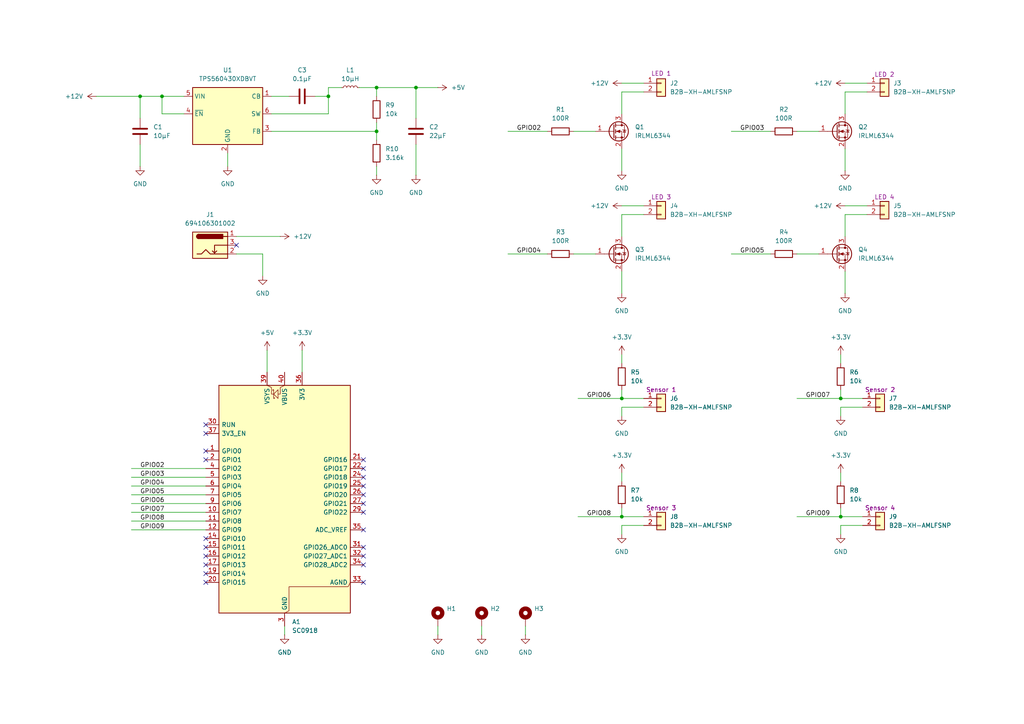
<source format=kicad_sch>
(kicad_sch (version 20250114) (generator "eeschema") (generator_version "9.0")
  (paper "A4")
  (title_block (title "Schrankbeleuchtung") (date "2025-06-08"))
  (lib_symbols
    (symbol "Connector:Barrel_Jack_Switch" (pin_names (hide yes))
      (property "Reference" "J" (at 0 5.334 0))
      (property "Value" "Barrel_Jack_Switch" (at 0 -5.08 0))
      (symbol "Barrel_Jack_Switch_0_1"
        (rectangle (start -5.08 3.81) (end 5.08 -3.81) (stroke (width 0.254)) (fill (type background)))
        (polyline (pts (xy -3.81 -2.54) (xy -2.54 -2.54) (xy -1.27 -1.27) (xy 0 -2.54) (xy 2.54 -2.54) (xy 5.08 -2.54)) (stroke (width 0.254)))
        (arc (start -3.302 1.905) (mid -3.9343 2.54) (end -3.302 3.175) (stroke (width 0.254)))
        (arc (start -3.302 1.905) (mid -3.9343 2.54) (end -3.302 3.175) (stroke (width 0.254)) (fill (type outline)))
        (polyline (pts (xy 1.27 -2.286) (xy 1.905 -1.651)) (stroke (width 0.254)))
        (rectangle (start 3.683 3.175) (end -3.302 1.905) (stroke (width 0.254)) (fill (type outline)))
        (polyline (pts (xy 5.08 2.54) (xy 3.81 2.54)) (stroke (width 0.254)))
        (polyline (pts (xy 5.08 0) (xy 1.27 0) (xy 1.27 -2.286) (xy 0.635 -1.651)) (stroke (width 0.254)))
      )
      (symbol "Barrel_Jack_Switch_1_1"
        (pin passive line (at 7.62 2.54 180) (length 2.54) (name "~") (number "1"))
        (pin passive line (at 7.62 0 180) (length 2.54) (name "~") (number "3"))
        (pin passive line (at 7.62 -2.54 180) (length 2.54) (name "~") (number "2"))
      )
    )
    (symbol "Connector_Generic:Conn_01x02" (pin_names (offset 1.016) (hide yes))
      (property "Reference" "J" (at 0 2.54 0))
      (property "Value" "Conn_01x02" (at 0 -5.08 0))
      (symbol "Conn_01x02_1_1"
        (rectangle (start -1.27 1.27) (end 1.27 -3.81) (stroke (width 0.254)) (fill (type background)))
        (rectangle (start -1.27 0.127) (end 0 -0.127) (stroke (width 0.1524)))
        (rectangle (start -1.27 -2.413) (end 0 -2.667) (stroke (width 0.1524)))
        (pin passive line (at -5.08 0 0) (length 3.81) (name "Pin_1") (number "1"))
        (pin passive line (at -5.08 -2.54 0) (length 3.81) (name "Pin_2") (number "2"))
      )
    )
    (symbol "Device:C" (pin_numbers (hide yes)) (pin_names (offset 0.254))
      (property "Reference" "C" (at 0.635 2.54 0))
      (property "Value" "C" (at 0.635 -2.54 0))
      (symbol "C_0_1"
        (polyline (pts (xy -2.032 0.762) (xy 2.032 0.762)) (stroke (width 0.508)))
        (polyline (pts (xy -2.032 -0.762) (xy 2.032 -0.762)) (stroke (width 0.508)))
      )
      (symbol "C_1_1"
        (pin passive line (at 0 3.81 270) (length 2.794) (name "~") (number "1"))
        (pin passive line (at 0 -3.81 90) (length 2.794) (name "~") (number "2"))
      )
    )
    (symbol "Device:L_Small" (pin_numbers (hide yes)) (pin_names (offset 0.254) (hide yes))
      (property "Reference" "L" (at 0.762 1.016 0))
      (property "Value" "L_Small" (at 0.762 -1.016 0))
      (symbol "L_Small_0_1"
        (arc (start 0 2.032) (mid 0.5058 1.524) (end 0 1.016))
        (arc (start 0 1.016) (mid 0.5058 0.508) (end 0 0))
        (arc (start 0 0) (mid 0.5058 -0.508) (end 0 -1.016))
        (arc (start 0 -1.016) (mid 0.5058 -1.524) (end 0 -2.032))
      )
      (symbol "L_Small_1_1"
        (pin passive line (at 0 2.54 270) (length 0.508) (name "~") (number "1"))
        (pin passive line (at 0 -2.54 90) (length 0.508) (name "~") (number "2"))
      )
    )
    (symbol "Device:R" (pin_numbers (hide yes)) (pin_names (offset 0))
      (property "Reference" "R" (at 2.032 0 90))
      (property "Value" "R" (at 0 0 90))
      (symbol "R_0_1"
        (rectangle (start -1.016 -2.54) (end 1.016 2.54) (stroke (width 0.254)))
      )
      (symbol "R_1_1"
        (pin passive line (at 0 3.81 270) (length 1.27) (name "~") (number "1"))
        (pin passive line (at 0 -3.81 90) (length 1.27) (name "~") (number "2"))
      )
    )
    (symbol "MCU_Module:RaspberryPi_Pico" (pin_names (offset 0.762))
      (property "Reference" "A" (at -19.05 35.56 0))
      (property "Value" "RaspberryPi_Pico" (at 7.62 35.56 0))
      (symbol "RaspberryPi_Pico_0_1"
        (rectangle (start -19.05 34.29) (end 19.05 -31.75) (stroke (width 0.254)) (fill (type background)))
        (polyline (pts (xy -5.08 34.29) (xy -3.81 33.655) (xy -3.81 31.75) (xy -3.175 31.75)))
        (polyline (pts (xy -3.429 32.766) (xy -3.429 33.02) (xy -3.175 33.02) (xy -3.175 30.48) (xy -2.921 30.48) (xy -2.921 30.734)))
        (polyline (pts (xy -3.175 31.75) (xy -1.905 33.02) (xy -1.905 30.48) (xy -3.175 31.75)))
        (polyline (pts (xy 0 34.29) (xy -1.27 33.655) (xy -1.27 31.75) (xy -1.905 31.75)))
        (polyline (pts (xy 0 -31.75) (xy 1.27 -31.115) (xy 1.27 -24.13) (xy 18.415 -24.13) (xy 19.05 -22.86)))
      )
      (symbol "RaspberryPi_Pico_1_1"
        (pin passive line (at -22.86 22.86 0) (length 3.81) (name "RUN") (number "30"))
        (pin passive line (at -22.86 20.32 0) (length 3.81) (name "3V3_EN") (number "37"))
        (pin bidirectional line (at -22.86 15.24 0) (length 3.81) (name "GPIO0") (number "1"))
        (pin bidirectional line (at -22.86 12.7 0) (length 3.81) (name "GPIO1") (number "2"))
        (pin bidirectional line (at -22.86 10.16 0) (length 3.81) (name "GPIO2") (number "4"))
        (pin bidirectional line (at -22.86 7.62 0) (length 3.81) (name "GPIO3") (number "5"))
        (pin bidirectional line (at -22.86 5.08 0) (length 3.81) (name "GPIO4") (number "6"))
        (pin bidirectional line (at -22.86 2.54 0) (length 3.81) (name "GPIO5") (number "7"))
        (pin bidirectional line (at -22.86 0 0) (length 3.81) (name "GPIO6") (number "9"))
        (pin bidirectional line (at -22.86 -2.54 0) (length 3.81) (name "GPIO7") (number "10"))
        (pin bidirectional line (at -22.86 -5.08 0) (length 3.81) (name "GPIO8") (number "11"))
        (pin bidirectional line (at -22.86 -7.62 0) (length 3.81) (name "GPIO9") (number "12"))
        (pin bidirectional line (at -22.86 -10.16 0) (length 3.81) (name "GPIO10") (number "14"))
        (pin bidirectional line (at -22.86 -12.7 0) (length 3.81) (name "GPIO11") (number "15"))
        (pin bidirectional line (at -22.86 -15.24 0) (length 3.81) (name "GPIO12") (number "16"))
        (pin bidirectional line (at -22.86 -17.78 0) (length 3.81) (name "GPIO13") (number "17"))
        (pin bidirectional line (at -22.86 -20.32 0) (length 3.81) (name "GPIO14") (number "19"))
        (pin bidirectional line (at -22.86 -22.86 0) (length 3.81) (name "GPIO15") (number "20"))
        (pin power_in line (at -5.08 38.1 270) (length 3.81) (name "VSYS") (number "39"))
        (pin power_out line (at 0 38.1 270) (length 3.81) (name "VBUS") (number "40"))
        (pin passive line (at 0 -35.56 90) (length 3.81) (hide yes) (name "GND") (number "13"))
        (pin passive line (at 0 -35.56 90) (length 3.81) (hide yes) (name "GND") (number "18"))
        (pin passive line (at 0 -35.56 90) (length 3.81) (hide yes) (name "GND") (number "23"))
        (pin passive line (at 0 -35.56 90) (length 3.81) (hide yes) (name "GND") (number "28"))
        (pin power_out line (at 0 -35.56 90) (length 3.81) (name "GND") (number "3"))
        (pin passive line (at 0 -35.56 90) (length 3.81) (hide yes) (name "GND") (number "38"))
        (pin passive line (at 0 -35.56 90) (length 3.81) (hide yes) (name "GND") (number "8"))
        (pin power_out line (at 5.08 38.1 270) (length 3.81) (name "3V3") (number "36"))
        (pin bidirectional line (at 22.86 12.7 180) (length 3.81) (name "GPIO16") (number "21"))
        (pin bidirectional line (at 22.86 10.16 180) (length 3.81) (name "GPIO17") (number "22"))
        (pin bidirectional line (at 22.86 7.62 180) (length 3.81) (name "GPIO18") (number "24"))
        (pin bidirectional line (at 22.86 5.08 180) (length 3.81) (name "GPIO19") (number "25"))
        (pin bidirectional line (at 22.86 2.54 180) (length 3.81) (name "GPIO20") (number "26"))
        (pin bidirectional line (at 22.86 0 180) (length 3.81) (name "GPIO21") (number "27"))
        (pin bidirectional line (at 22.86 -2.54 180) (length 3.81) (name "GPIO22") (number "29"))
        (pin power_in line (at 22.86 -7.62 180) (length 3.81) (name "ADC_VREF") (number "35"))
        (pin bidirectional line (at 22.86 -12.7 180) (length 3.81) (name "GPIO26_ADC0") (number "31"))
        (pin bidirectional line (at 22.86 -15.24 180) (length 3.81) (name "GPIO27_ADC1") (number "32"))
        (pin bidirectional line (at 22.86 -17.78 180) (length 3.81) (name "GPIO28_ADC2") (number "34"))
        (pin power_out line (at 22.86 -22.86 180) (length 3.81) (name "AGND") (number "33"))
      )
    )
    (symbol "Mechanical:MountingHole_Pad" (pin_numbers (hide yes)) (pin_names (offset 1.016) (hide yes)) (in_bom no)
      (property "Reference" "H" (at 0 6.35 0))
      (property "Value" "MountingHole_Pad" (at 0 4.445 0))
      (symbol "MountingHole_Pad_0_1"
        (circle (center 0 1.27) (radius 1.27) (stroke (width 1.27)))
      )
      (symbol "MountingHole_Pad_1_1"
        (pin input line (at 0 -2.54 90) (length 2.54) (name "1") (number "1"))
      )
    )
    (symbol "Regulator_Switching:LM2596S-5"
      (property "Reference" "U1" (at 0 10.16 0))
      (property "Value" "TPS560430XDBVT" (at 0 7.62 0))
      (symbol "LM2596S-5_0_1"
        (rectangle (start -10.16 5.08) (end 10.16 -11.43) (stroke (width 0.254)) (fill (type background)))
      )
      (symbol "LM2596S-5_1_1"
        (pin power_in line (at -12.7 2.54 0) (length 2.54) (name "VIN") (number "5"))
        (pin input line (at -12.7 -2.54 0) (length 2.54) (name "~{EN}") (number "4"))
        (pin power_in line (at 0 -13.97 90) (length 2.54) (name "GND") (number "2"))
        (pin input line (at 12.7 2.54 180) (length 2.54) (name "CB") (number "1"))
        (pin output line (at 12.7 -2.54 180) (length 2.54) (name "SW") (number "6"))
        (pin input line (at 12.7 -7.62 180) (length 2.54) (name "FB") (number "3"))
      )
    )
    (symbol "Transistor_FET:BSS123" (pin_names (hide yes))
      (property "Reference" "Q" (at 5.08 1.905 0))
      (property "Value" "BSS123" (at 5.08 0 0))
      (symbol "BSS123_0_1"
        (polyline (pts (xy 0.254 1.905) (xy 0.254 -1.905)) (stroke (width 0.254)))
        (polyline (pts (xy 0.254 0) (xy -2.54 0)))
        (polyline (pts (xy 0.762 2.286) (xy 0.762 1.27)) (stroke (width 0.254)))
        (polyline (pts (xy 0.762 0.508) (xy 0.762 -0.508)) (stroke (width 0.254)))
        (polyline (pts (xy 0.762 -1.27) (xy 0.762 -2.286)) (stroke (width 0.254)))
        (polyline (pts (xy 0.762 -1.778) (xy 3.302 -1.778) (xy 3.302 1.778) (xy 0.762 1.778)))
        (polyline (pts (xy 1.016 0) (xy 2.032 0.381) (xy 2.032 -0.381) (xy 1.016 0)) (fill (type outline)))
        (circle (center 1.651 0) (radius 2.794) (stroke (width 0.254)))
        (polyline (pts (xy 2.54 2.54) (xy 2.54 1.778)))
        (circle (center 2.54 1.778) (radius 0.254) (fill (type outline)))
        (circle (center 2.54 -1.778) (radius 0.254) (fill (type outline)))
        (polyline (pts (xy 2.54 -2.54) (xy 2.54 0) (xy 0.762 0)))
        (polyline (pts (xy 2.794 0.508) (xy 2.921 0.381) (xy 3.683 0.381) (xy 3.81 0.254)))
        (polyline (pts (xy 3.302 0.381) (xy 2.921 -0.254) (xy 3.683 -0.254) (xy 3.302 0.381)))
      )
      (symbol "BSS123_1_1"
        (pin input line (at -5.08 0 0) (length 2.54) (name "G") (number "1"))
        (pin passive line (at 2.54 5.08 270) (length 2.54) (name "D") (number "3"))
        (pin passive line (at 2.54 -5.08 90) (length 2.54) (name "S") (number "2"))
      )
    )
    (symbol "power:+12V" (power) (pin_numbers (hide yes)) (pin_names (offset 0) (hide yes))
      (property "Value" "+12V" (at 0 3.556 0))
      (symbol "+12V_0_1"
        (polyline (pts (xy -0.762 1.27) (xy 0 2.54)))
        (polyline (pts (xy 0 2.54) (xy 0.762 1.27)))
        (polyline (pts (xy 0 0) (xy 0 2.54)))
      )
      (symbol "+12V_1_1"
        (pin power_in line (at 0 0 90) (length 0) (name "~") (number "1"))
      )
    )
    (symbol "power:+3.3V" (power) (pin_numbers (hide yes)) (pin_names (offset 0) (hide yes))
      (property "Value" "+3.3V" (at 0 3.556 0))
      (symbol "+3.3V_0_1"
        (polyline (pts (xy -0.762 1.27) (xy 0 2.54)))
        (polyline (pts (xy 0 2.54) (xy 0.762 1.27)))
        (polyline (pts (xy 0 0) (xy 0 2.54)))
      )
      (symbol "+3.3V_1_1"
        (pin power_in line (at 0 0 90) (length 0) (name "~") (number "1"))
      )
    )
    (symbol "power:+5V" (power) (pin_numbers (hide yes)) (pin_names (offset 0) (hide yes))
      (property "Value" "+5V" (at 0 3.556 0))
      (symbol "+5V_0_1"
        (polyline (pts (xy -0.762 1.27) (xy 0 2.54)))
        (polyline (pts (xy 0 2.54) (xy 0.762 1.27)))
        (polyline (pts (xy 0 0) (xy 0 2.54)))
      )
      (symbol "+5V_1_1"
        (pin power_in line (at 0 0 90) (length 0) (name "~") (number "1"))
      )
    )
    (symbol "power:GND" (power) (pin_numbers (hide yes)) (pin_names (offset 0) (hide yes))
      (property "Value" "GND" (at 0 -3.81 0))
      (symbol "GND_0_1"
        (polyline (pts (xy 0 0) (xy 0 -1.27) (xy 1.27 -1.27) (xy 0 -2.54) (xy -1.27 -1.27) (xy 0 -1.27)))
      )
      (symbol "GND_1_1"
        (pin power_in line (at 0 0 270) (length 0) (name "~") (number "1"))
      )
    )
  )
  (junction (at 95.25 27.94))
  (junction (at 243.84 115.57))
  (junction (at 120.65 25.4))
  (junction (at 109.22 38.1))
  (junction (at 243.84 149.86))
  (junction (at 180.34 149.86))
  (junction (at 109.22 25.4))
  (junction (at 40.64 27.94))
  (junction (at 180.34 115.57))
  (junction (at 46.99 27.94))
  (no_connect (at 59.69 125.73))
  (no_connect (at 59.69 133.35))
  (no_connect (at 105.41 140.97))
  (no_connect (at 59.69 161.29))
  (no_connect (at 105.41 138.43))
  (no_connect (at 105.41 143.51))
  (no_connect (at 59.69 168.91))
  (no_connect (at 105.41 153.67))
  (no_connect (at 105.41 148.59))
  (no_connect (at 68.58 71.12))
  (no_connect (at 105.41 168.91))
  (no_connect (at 105.41 133.35))
  (no_connect (at 105.41 163.83))
  (no_connect (at 105.41 146.05))
  (no_connect (at 59.69 123.19))
  (no_connect (at 59.69 163.83))
  (no_connect (at 59.69 158.75))
  (no_connect (at 105.41 161.29))
  (no_connect (at 59.69 166.37))
  (no_connect (at 105.41 135.89))
  (no_connect (at 59.69 156.21))
  (no_connect (at 59.69 130.81))
  (no_connect (at 105.41 158.75))
  (wire (pts (xy 180.34 152.4) (xy 186.69 152.4)))
  (wire (pts (xy 40.64 27.94) (xy 40.64 34.29)))
  (wire (pts (xy 38.1 143.51) (xy 59.69 143.51)))
  (wire (pts (xy 147.32 38.1) (xy 158.75 38.1)))
  (wire (pts (xy 180.34 137.16) (xy 180.34 139.7)))
  (wire (pts (xy 91.44 27.94) (xy 95.25 27.94)))
  (wire (pts (xy 139.7 181.61) (xy 139.7 184.15)))
  (wire (pts (xy 120.65 34.29) (xy 120.65 25.4)))
  (wire (pts (xy 180.34 147.32) (xy 180.34 149.86)))
  (wire (pts (xy 166.37 38.1) (xy 172.72 38.1)))
  (wire (pts (xy 95.25 25.4) (xy 95.25 27.94)))
  (wire (pts (xy 243.84 118.11) (xy 250.19 118.11)))
  (wire (pts (xy 78.74 27.94) (xy 83.82 27.94)))
  (wire (pts (xy 38.1 148.59) (xy 59.69 148.59)))
  (wire (pts (xy 243.84 120.65) (xy 243.84 118.11)))
  (wire (pts (xy 109.22 35.56) (xy 109.22 38.1)))
  (wire (pts (xy 38.1 138.43) (xy 59.69 138.43)))
  (wire (pts (xy 231.14 115.57) (xy 243.84 115.57)))
  (wire (pts (xy 38.1 153.67) (xy 59.69 153.67)))
  (wire (pts (xy 243.84 152.4) (xy 250.19 152.4)))
  (wire (pts (xy 231.14 38.1) (xy 237.49 38.1)))
  (wire (pts (xy 109.22 48.26) (xy 109.22 50.8)))
  (wire (pts (xy 53.34 33.02) (xy 46.99 33.02)))
  (wire (pts (xy 243.84 147.32) (xy 243.84 149.86)))
  (wire (pts (xy 66.04 44.45) (xy 66.04 48.26)))
  (wire (pts (xy 38.1 151.13) (xy 59.69 151.13)))
  (wire (pts (xy 180.34 26.67) (xy 186.69 26.67)))
  (wire (pts (xy 180.34 115.57) (xy 186.69 115.57)))
  (wire (pts (xy 243.84 154.94) (xy 243.84 152.4)))
  (wire (pts (xy 180.34 113.03) (xy 180.34 115.57)))
  (wire (pts (xy 180.34 24.13) (xy 186.69 24.13)))
  (wire (pts (xy 95.25 25.4) (xy 99.06 25.4)))
  (wire (pts (xy 180.34 43.18) (xy 180.34 49.53)))
  (wire (pts (xy 82.55 181.61) (xy 82.55 184.15)))
  (wire (pts (xy 245.11 68.58) (xy 245.11 62.23)))
  (wire (pts (xy 243.84 115.57) (xy 250.19 115.57)))
  (wire (pts (xy 120.65 25.4) (xy 127 25.4)))
  (wire (pts (xy 109.22 38.1) (xy 109.22 40.64)))
  (wire (pts (xy 167.64 149.86) (xy 180.34 149.86)))
  (wire (pts (xy 38.1 146.05) (xy 59.69 146.05)))
  (wire (pts (xy 180.34 149.86) (xy 186.69 149.86)))
  (wire (pts (xy 95.25 27.94) (xy 95.25 33.02)))
  (wire (pts (xy 152.4 181.61) (xy 152.4 184.15)))
  (wire (pts (xy 68.58 68.58) (xy 81.28 68.58)))
  (wire (pts (xy 245.11 78.74) (xy 245.11 85.09)))
  (wire (pts (xy 167.64 115.57) (xy 180.34 115.57)))
  (wire (pts (xy 231.14 149.86) (xy 243.84 149.86)))
  (wire (pts (xy 180.34 68.58) (xy 180.34 62.23)))
  (wire (pts (xy 87.63 101.6) (xy 87.63 107.95)))
  (wire (pts (xy 180.34 59.69) (xy 186.69 59.69)))
  (wire (pts (xy 147.32 73.66) (xy 158.75 73.66)))
  (wire (pts (xy 231.14 73.66) (xy 237.49 73.66)))
  (wire (pts (xy 245.11 43.18) (xy 245.11 49.53)))
  (wire (pts (xy 109.22 25.4) (xy 120.65 25.4)))
  (wire (pts (xy 46.99 27.94) (xy 53.34 27.94)))
  (wire (pts (xy 166.37 73.66) (xy 172.72 73.66)))
  (wire (pts (xy 243.84 102.87) (xy 243.84 105.41)))
  (wire (pts (xy 180.34 118.11) (xy 186.69 118.11)))
  (wire (pts (xy 78.74 33.02) (xy 95.25 33.02)))
  (wire (pts (xy 38.1 135.89) (xy 59.69 135.89)))
  (wire (pts (xy 120.65 41.91) (xy 120.65 50.8)))
  (wire (pts (xy 40.64 27.94) (xy 46.99 27.94)))
  (wire (pts (xy 245.11 59.69) (xy 251.46 59.69)))
  (wire (pts (xy 180.34 120.65) (xy 180.34 118.11)))
  (wire (pts (xy 68.58 73.66) (xy 76.2 73.66)))
  (wire (pts (xy 245.11 24.13) (xy 251.46 24.13)))
  (wire (pts (xy 180.34 62.23) (xy 186.69 62.23)))
  (wire (pts (xy 109.22 27.94) (xy 109.22 25.4)))
  (wire (pts (xy 27.94 27.94) (xy 40.64 27.94)))
  (wire (pts (xy 78.74 38.1) (xy 109.22 38.1)))
  (wire (pts (xy 38.1 140.97) (xy 59.69 140.97)))
  (wire (pts (xy 243.84 149.86) (xy 250.19 149.86)))
  (wire (pts (xy 180.34 33.02) (xy 180.34 26.67)))
  (wire (pts (xy 243.84 113.03) (xy 243.84 115.57)))
  (wire (pts (xy 104.14 25.4) (xy 109.22 25.4)))
  (wire (pts (xy 245.11 62.23) (xy 251.46 62.23)))
  (wire (pts (xy 180.34 78.74) (xy 180.34 85.09)))
  (wire (pts (xy 180.34 154.94) (xy 180.34 152.4)))
  (wire (pts (xy 127 181.61) (xy 127 184.15)))
  (wire (pts (xy 245.11 26.67) (xy 251.46 26.67)))
  (wire (pts (xy 212.09 38.1) (xy 223.52 38.1)))
  (wire (pts (xy 212.09 73.66) (xy 223.52 73.66)))
  (wire (pts (xy 245.11 33.02) (xy 245.11 26.67)))
  (wire (pts (xy 243.84 137.16) (xy 243.84 139.7)))
  (wire (pts (xy 76.2 73.66) (xy 76.2 80.01)))
  (wire (pts (xy 180.34 102.87) (xy 180.34 105.41)))
  (wire (pts (xy 46.99 27.94) (xy 46.99 33.02)))
  (wire (pts (xy 40.64 41.91) (xy 40.64 48.26)))
  (wire (pts (xy 77.47 101.6) (xy 77.47 107.95)))
  (label "GPIO04" (at 149.86 73.66 0))
  (label "GPIO08" (at 40.64 151.13 0))
  (label "GPIO09" (at 40.64 153.67 0))
  (label "GPIO03" (at 214.63 38.1 0))
  (label "GPIO03" (at 40.64 138.43 0))
  (label "GPIO07" (at 40.64 148.59 0))
  (label "GPIO08" (at 170.18 149.86 0))
  (label "GPIO05" (at 214.63 73.66 0))
  (label "GPIO05" (at 40.64 143.51 0))
  (label "GPIO07" (at 233.68 115.57 0))
  (label "GPIO02" (at 149.86 38.1 0))
  (label "GPIO06" (at 170.18 115.57 0))
  (label "GPIO02" (at 40.64 135.89 0))
  (label "GPIO06" (at 40.64 146.05 0))
  (label "GPIO04" (at 40.64 140.97 0))
  (label "GPIO09" (at 233.68 149.86 0))
  (symbol (lib_id "Connector_Generic:Conn_01x02") (at 255.27 149.86 0) (unit 1)
    (property "Reference" "J9" (at 257.81 149.8599 0) (effects (justify left)))
    (property "Value" "B2B-XH-AMLFSNP" (at 257.81 152.3999 0) (effects (justify left)))
    (property "Footprint" "Connector_JST:JST_XH_B2B-XH-AM_1x02_P2.50mm_Vertical" (effects (hide yes)))
    (property "Description" "Generic connector, single row, 01x02, script generated (kicad-library-utils/schlib/autogen/connector/)" (effects (hide yes)))
    (property "Name" "Sensor 4" (at 255.27 147.32 0))
  )
  (symbol (lib_id "power:+3.3V") (at 243.84 102.87 0) (unit 1)
    (property "Reference" "#PWR019" (effects (hide yes)))
    (property "Value" "+3.3V" (at 243.84 97.79 0))
    (property "Description" "Power symbol creates a global label with name \"+3.3V\"" (effects (hide yes)))
  )
  (symbol (lib_id "Device:R") (at 109.22 44.45 180) (unit 1)
    (property "Reference" "R10" (at 111.76 43.1799 0) (effects (justify right)))
    (property "Value" "3.16k" (at 111.76 45.7199 0) (effects (justify right)))
    (property "Footprint" "Resistor_SMD:R_0805_2012Metric_Pad1.20x1.40mm_HandSolder" (effects (hide yes)))
    (property "Description" "Resistor" (effects (hide yes)))
  )
  (symbol (lib_id "power:GND") (at 243.84 154.94 0) (unit 1)
    (property "Reference" "#PWR024" (effects (hide yes)))
    (property "Value" "GND" (at 243.84 160.02 0))
    (property "Description" "Power symbol creates a global label with name \"GND\" , ground" (effects (hide yes)))
  )
  (symbol (lib_id "power:GND") (at 109.22 50.8 0) (unit 1)
    (property "Reference" "#PWR031" (effects (hide yes)))
    (property "Value" "GND" (at 109.22 55.88 0))
    (property "Description" "Power symbol creates a global label with name \"GND\" , ground" (effects (hide yes)))
  )
  (symbol (lib_id "Connector_Generic:Conn_01x02") (at 191.77 149.86 0) (unit 1)
    (property "Reference" "J8" (at 194.31 149.8599 0) (effects (justify left)))
    (property "Value" "B2B-XH-AMLFSNP" (at 194.31 152.3999 0) (effects (justify left)))
    (property "Footprint" "Connector_JST:JST_XH_B2B-XH-AM_1x02_P2.50mm_Vertical" (effects (hide yes)))
    (property "Description" "Generic connector, single row, 01x02, script generated (kicad-library-utils/schlib/autogen/connector/)" (effects (hide yes)))
    (property "Name" "Sensor 3" (at 191.77 147.32 0))
  )
  (symbol (lib_id "power:GND") (at 76.2 80.01 0) (unit 1)
    (property "Reference" "#PWR01" (effects (hide yes)))
    (property "Value" "GND" (at 76.2 85.09 0))
    (property "Description" "Power symbol creates a global label with name \"GND\" , ground" (effects (hide yes)))
  )
  (symbol (lib_id "MCU_Module:RaspberryPi_Pico") (at 82.55 146.05 0) (unit 1)
    (property "Reference" "A1" (at 84.6933 180.34 0) (effects (justify left)))
    (property "Value" "SC0918" (at 84.6933 182.88 0) (effects (justify left)))
    (property "Footprint" "Module:RaspberryPi_Pico_Common_THT" (effects (hide yes)))
    (property "Datasheet" "https://datasheets.raspberrypi.com/pico/pico-datasheet.pdf" (effects (hide yes)))
    (property "Description" "SC0918" (effects (hide yes)))
  )
  (symbol (lib_id "Connector_Generic:Conn_01x02") (at 191.77 59.69 0) (unit 1)
    (property "Reference" "J4" (at 194.31 59.6899 0) (effects (justify left)))
    (property "Value" "B2B-XH-AMLFSNP" (at 194.31 62.2299 0) (effects (justify left)))
    (property "Footprint" "Connector_JST:JST_XH_B2B-XH-AM_1x02_P2.50mm_Vertical" (effects (hide yes)))
    (property "Description" "Generic connector, single row, 01x02, script generated (kicad-library-utils/schlib/autogen/connector/)" (effects (hide yes)))
    (property "Name" "LED 3" (at 191.77 57.15 0))
  )
  (symbol (lib_id "Connector_Generic:Conn_01x02") (at 191.77 115.57 0) (unit 1)
    (property "Reference" "J6" (at 194.31 115.5699 0) (effects (justify left)))
    (property "Value" "B2B-XH-AMLFSNP" (at 194.31 118.1099 0) (effects (justify left)))
    (property "Footprint" "Connector_JST:JST_XH_B2B-XH-AM_1x02_P2.50mm_Vertical" (effects (hide yes)))
    (property "Description" "Generic connector, single row, 01x02, script generated (kicad-library-utils/schlib/autogen/connector/)" (effects (hide yes)))
    (property "Name" "Sensor 1" (at 191.77 113.03 0))
  )
  (symbol (lib_id "Device:R") (at 227.33 73.66 90) (unit 1)
    (property "Reference" "R4" (at 227.33 67.31 90))
    (property "Value" "100R" (at 227.33 69.85 90))
    (property "Footprint" "Resistor_SMD:R_0805_2012Metric_Pad1.20x1.40mm_HandSolder" (effects (hide yes)))
    (property "Description" "RQ73C2A100RBTD" (effects (hide yes)))
  )
  (symbol (lib_id "Device:C") (at 40.64 38.1 0) (unit 1)
    (property "Reference" "C1" (at 44.45 36.8299 0) (effects (justify left)))
    (property "Value" "10µF" (at 44.45 39.3699 0) (effects (justify left)))
    (property "Footprint" "Capacitor_SMD:C_0805_2012Metric_Pad1.18x1.45mm_HandSolder" (effects (hide yes)))
    (property "Description" "GRM21BZ71E106KE15K" (effects (hide yes)))
    (property "Mouser" "81-GRM21BZ71E106KE5K" (effects (hide yes)))
  )
  (symbol (lib_id "Device:R") (at 180.34 109.22 180) (unit 1)
    (property "Reference" "R5" (at 182.88 107.9499 0) (effects (justify right)))
    (property "Value" "10k" (at 182.88 110.4899 0) (effects (justify right)))
    (property "Footprint" "Resistor_SMD:R_0805_2012Metric_Pad1.20x1.40mm_HandSolder" (effects (hide yes)))
    (property "Description" "ERA-6APB103V" (effects (hide yes)))
  )
  (symbol (lib_id "Device:R") (at 162.56 73.66 90) (unit 1)
    (property "Reference" "R3" (at 162.56 67.31 90))
    (property "Value" "100R" (at 162.56 69.85 90))
    (property "Footprint" "Resistor_SMD:R_0805_2012Metric_Pad1.20x1.40mm_HandSolder" (effects (hide yes)))
    (property "Description" "RQ73C2A100RBTD" (effects (hide yes)))
  )
  (symbol (lib_id "power:GND") (at 245.11 49.53 0) (unit 1)
    (property "Reference" "#PWR012" (effects (hide yes)))
    (property "Value" "GND" (at 245.11 54.61 0))
    (property "Description" "Power symbol creates a global label with name \"GND\" , ground" (effects (hide yes)))
  )
  (symbol (lib_id "Connector_Generic:Conn_01x02") (at 191.77 24.13 0) (unit 1)
    (property "Reference" "J2" (at 194.31 24.1299 0) (effects (justify left)))
    (property "Value" "B2B-XH-AMLFSNP" (at 194.31 26.6699 0) (effects (justify left)))
    (property "Footprint" "Connector_JST:JST_XH_B2B-XH-AM_1x02_P2.50mm_Vertical" (effects (hide yes)))
    (property "Description" "Generic connector, single row, 01x02, script generated (kicad-library-utils/schlib/autogen/connector/)" (effects (hide yes)))
    (property "Name" "LED 1" (at 191.77 20.574 0) (effects (justify top)))
  )
  (symbol (lib_id "Device:R") (at 180.34 143.51 180) (unit 1)
    (property "Reference" "R7" (at 182.88 142.2399 0) (effects (justify right)))
    (property "Value" "10k" (at 182.88 144.7799 0) (effects (justify right)))
    (property "Footprint" "Resistor_SMD:R_0805_2012Metric_Pad1.20x1.40mm_HandSolder" (effects (hide yes)))
    (property "Description" "ERA-6APB103V" (effects (hide yes)))
  )
  (symbol (lib_id "power:GND") (at 66.04 48.26 0) (unit 1)
    (property "Reference" "#PWR04" (effects (hide yes)))
    (property "Value" "GND" (at 66.04 53.34 0))
    (property "Description" "Power symbol creates a global label with name \"GND\" , ground" (effects (hide yes)))
  )
  (symbol (lib_id "Transistor_FET:BSS123") (at 242.57 73.66 0) (unit 1)
    (property "Reference" "Q4" (at 248.92 72.3899 0) (effects (justify left)))
    (property "Value" "IRLML6344" (at 248.92 74.9299 0) (effects (justify left)))
    (property "Footprint" "Package_TO_SOT_SMD:SOT-23" (effects (hide yes)))
    (property "Datasheet" "http://www.diodes.com/assets/Datasheets/ds30366.pdf" (effects (hide yes)))
    (property "Description" "0.17A Id, 100V Vds, N-Channel MOSFET, SOT-23" (effects (hide yes)))
  )
  (symbol (lib_id "Connector_Generic:Conn_01x02") (at 255.27 115.57 0) (unit 1)
    (property "Reference" "J7" (at 257.81 115.5699 0) (effects (justify left)))
    (property "Value" "B2B-XH-AMLFSNP" (at 257.81 118.1099 0) (effects (justify left)))
    (property "Footprint" "Connector_JST:JST_XH_B2B-XH-AM_1x02_P2.50mm_Vertical" (effects (hide yes)))
    (property "Description" "Generic connector, single row, 01x02, script generated (kicad-library-utils/schlib/autogen/connector/)" (effects (hide yes)))
    (property "Name" "Sensor 2" (at 255.27 113.03 0))
  )
  (symbol (lib_id "Transistor_FET:BSS123") (at 177.8 73.66 0) (unit 1)
    (property "Reference" "Q3" (at 184.15 72.3899 0) (effects (justify left)))
    (property "Value" "IRLML6344" (at 184.15 74.9299 0) (effects (justify left)))
    (property "Footprint" "Package_TO_SOT_SMD:SOT-23" (effects (hide yes)))
    (property "Datasheet" "http://www.diodes.com/assets/Datasheets/ds30366.pdf" (effects (hide yes)))
    (property "Description" "0.17A Id, 100V Vds, N-Channel MOSFET, SOT-23" (effects (hide yes)))
  )
  (symbol (lib_id "power:+12V") (at 245.11 24.13 90) (unit 1)
    (property "Reference" "#PWR011" (effects (hide yes)))
    (property "Value" "+12V" (at 241.3 24.1299 90) (effects (justify left)))
    (property "Description" "Power symbol creates a global label with name \"+12V\"" (effects (hide yes)))
  )
  (symbol (lib_id "Connector_Generic:Conn_01x02") (at 256.54 24.13 0) (unit 1)
    (property "Reference" "J3" (at 259.08 24.1299 0) (effects (justify left)))
    (property "Value" "B2B-XH-AMLFSNP" (at 259.08 26.6699 0) (effects (justify left)))
    (property "Footprint" "Connector_JST:JST_XH_B2B-XH-AM_1x02_P2.50mm_Vertical" (effects (hide yes)))
    (property "Description" "Generic connector, single row, 01x02, script generated (kicad-library-utils/schlib/autogen/connector/)" (effects (hide yes)))
    (property "Name" "LED 2" (at 256.54 21.59 0))
  )
  (symbol (lib_id "power:+12V") (at 180.34 24.13 90) (unit 1)
    (property "Reference" "#PWR010" (effects (hide yes)))
    (property "Value" "+12V" (at 176.53 24.1299 90) (effects (justify left)))
    (property "Description" "Power symbol creates a global label with name \"+12V\"" (effects (hide yes)))
  )
  (symbol (lib_id "Regulator_Switching:LM2596S-5") (at 66.04 30.48 0) (unit 1)
    (property "Reference" "U1" (at 66.04 20.32 0))
    (property "Value" "TPS560430XDBVT" (at 66.04 22.86 0))
    (property "Footprint" "Package_TO_SOT_SMD:SOT-23-6_Handsoldering" (effects (hide yes)))
    (property "Datasheet" "https://www.ti.com/lit/ds/symlink/tps560430.pdf?ts=1749974966572" (effects (hide yes)))
    (property "Description" "4-V to 36-V, 600-mA Synchronous Step-Down Converter, SOT-23-6" (effects (hide yes)))
    (property "Mouser" "595-TPS560430XDBVT" (effects (hide yes)))
  )
  (symbol (lib_id "power:GND") (at 120.65 50.8 0) (unit 1)
    (property "Reference" "#PWR07" (effects (hide yes)))
    (property "Value" "GND" (at 120.65 55.88 0))
    (property "Description" "Power symbol creates a global label with name \"GND\" , ground" (effects (hide yes)))
  )
  (symbol (lib_id "power:+5V") (at 127 25.4 270) (unit 1)
    (property "Reference" "#PWR05" (effects (hide yes)))
    (property "Value" "+5V" (at 130.81 25.3999 90) (effects (justify left)))
    (property "Description" "Power symbol creates a global label with name \"+5V\"" (effects (hide yes)))
  )
  (symbol (lib_id "power:+3.3V") (at 87.63 101.6 0) (unit 1)
    (property "Reference" "#PWR025" (effects (hide yes)))
    (property "Value" "+3.3V" (at 87.63 96.52 0))
    (property "Description" "Power symbol creates a global label with name \"+3.3V\"" (effects (hide yes)))
  )
  (symbol (lib_id "power:+12V") (at 27.94 27.94 90) (unit 1)
    (property "Reference" "#PWR03" (effects (hide yes)))
    (property "Value" "+12V" (at 24.13 27.9399 90) (effects (justify left)))
    (property "Description" "Power symbol creates a global label with name \"+12V\"" (effects (hide yes)))
  )
  (symbol (lib_id "power:GND") (at 180.34 85.09 0) (unit 1)
    (property "Reference" "#PWR014" (effects (hide yes)))
    (property "Value" "GND" (at 180.34 90.17 0))
    (property "Description" "Power symbol creates a global label with name \"GND\" , ground" (effects (hide yes)))
  )
  (symbol (lib_id "power:+3.3V") (at 180.34 137.16 0) (unit 1)
    (property "Reference" "#PWR021" (effects (hide yes)))
    (property "Value" "+3.3V" (at 180.34 132.08 0))
    (property "Description" "Power symbol creates a global label with name \"+3.3V\"" (effects (hide yes)))
  )
  (symbol (lib_id "power:GND") (at 180.34 49.53 0) (unit 1)
    (property "Reference" "#PWR09" (effects (hide yes)))
    (property "Value" "GND" (at 180.34 54.61 0))
    (property "Description" "Power symbol creates a global label with name \"GND\" , ground" (effects (hide yes)))
  )
  (symbol (lib_id "power:GND") (at 127 184.15 0) (unit 1)
    (property "Reference" "#PWR028" (effects (hide yes)))
    (property "Value" "GND" (at 127 189.23 0))
    (property "Description" "Power symbol creates a global label with name \"GND\" , ground" (effects (hide yes)))
  )
  (symbol (lib_id "Device:R") (at 243.84 143.51 180) (unit 1)
    (property "Reference" "R8" (at 246.38 142.2399 0) (effects (justify right)))
    (property "Value" "10k" (at 246.38 144.7799 0) (effects (justify right)))
    (property "Footprint" "Resistor_SMD:R_0805_2012Metric_Pad1.20x1.40mm_HandSolder" (effects (hide yes)))
    (property "Description" "ERA-6APB103V" (effects (hide yes)))
  )
  (symbol (lib_id "Device:C") (at 87.63 27.94 90) (unit 1)
    (property "Reference" "C3" (at 87.63 20.32 90))
    (property "Value" "0.1µF" (at 87.63 22.86 90))
    (property "Footprint" "Capacitor_SMD:C_0805_2012Metric_Pad1.18x1.45mm_HandSolder" (effects (hide yes)))
    (property "Description" "0805ZC104JAT2A" (effects (hide yes)))
    (property "Mouser" "581-0805ZC104JAT2A" (effects (hide yes)))
  )
  (symbol (lib_id "power:GND") (at 180.34 120.65 0) (unit 1)
    (property "Reference" "#PWR017" (effects (hide yes)))
    (property "Value" "GND" (at 180.34 125.73 0))
    (property "Description" "Power symbol creates a global label with name \"GND\" , ground" (effects (hide yes)))
  )
  (symbol (lib_id "power:+12V") (at 180.34 59.69 90) (unit 1)
    (property "Reference" "#PWR013" (effects (hide yes)))
    (property "Value" "+12V" (at 176.53 59.6899 90) (effects (justify left)))
    (property "Description" "Power symbol creates a global label with name \"+12V\"" (effects (hide yes)))
  )
  (symbol (lib_id "power:GND") (at 245.11 85.09 0) (unit 1)
    (property "Reference" "#PWR016" (effects (hide yes)))
    (property "Value" "GND" (at 245.11 90.17 0))
    (property "Description" "Power symbol creates a global label with name \"GND\" , ground" (effects (hide yes)))
  )
  (symbol (lib_id "power:+3.3V") (at 243.84 137.16 0) (unit 1)
    (property "Reference" "#PWR023" (effects (hide yes)))
    (property "Value" "+3.3V" (at 243.84 132.08 0))
    (property "Description" "Power symbol creates a global label with name \"+3.3V\"" (effects (hide yes)))
  )
  (symbol (lib_id "Device:R") (at 227.33 38.1 90) (unit 1)
    (property "Reference" "R2" (at 227.33 31.75 90))
    (property "Value" "100R" (at 227.33 34.29 90))
    (property "Footprint" "Resistor_SMD:R_0805_2012Metric_Pad1.20x1.40mm_HandSolder" (effects (hide yes)))
    (property "Description" "RQ73C2A100RBTD" (effects (hide yes)))
  )
  (symbol (lib_id "power:GND") (at 152.4 184.15 0) (unit 1)
    (property "Reference" "#PWR030" (effects (hide yes)))
    (property "Value" "GND" (at 152.4 189.23 0))
    (property "Description" "Power symbol creates a global label with name \"GND\" , ground" (effects (hide yes)))
  )
  (symbol (lib_id "Transistor_FET:BSS123") (at 242.57 38.1 0) (unit 1)
    (property "Reference" "Q2" (at 248.92 36.8299 0) (effects (justify left)))
    (property "Value" "IRLML6344" (at 248.92 39.3699 0) (effects (justify left)))
    (property "Footprint" "Package_TO_SOT_SMD:SOT-23" (effects (hide yes)))
    (property "Datasheet" "http://www.diodes.com/assets/Datasheets/ds30366.pdf" (effects (hide yes)))
    (property "Description" "0.17A Id, 100V Vds, N-Channel MOSFET, SOT-23" (effects (hide yes)))
  )
  (symbol (lib_id "power:+12V") (at 245.11 59.69 90) (unit 1)
    (property "Reference" "#PWR015" (effects (hide yes)))
    (property "Value" "+12V" (at 241.3 59.6899 90) (effects (justify left)))
    (property "Description" "Power symbol creates a global label with name \"+12V\"" (effects (hide yes)))
  )
  (symbol (lib_id "power:GND") (at 139.7 184.15 0) (unit 1)
    (property "Reference" "#PWR029" (effects (hide yes)))
    (property "Value" "GND" (at 139.7 189.23 0))
    (property "Description" "Power symbol creates a global label with name \"GND\" , ground" (effects (hide yes)))
  )
  (symbol (lib_id "Connector_Generic:Conn_01x02") (at 256.54 59.69 0) (unit 1)
    (property "Reference" "J5" (at 259.08 59.6899 0) (effects (justify left)))
    (property "Value" "B2B-XH-AMLFSNP" (at 259.08 62.2299 0) (effects (justify left)))
    (property "Footprint" "Connector_JST:JST_XH_B2B-XH-AM_1x02_P2.50mm_Vertical" (effects (hide yes)))
    (property "Description" "Generic connector, single row, 01x02, script generated (kicad-library-utils/schlib/autogen/connector/)" (effects (hide yes)))
    (property "Name" "LED 4" (at 256.54 57.15 0))
  )
  (symbol (lib_id "power:GND") (at 243.84 120.65 0) (unit 1)
    (property "Reference" "#PWR020" (effects (hide yes)))
    (property "Value" "GND" (at 243.84 125.73 0))
    (property "Description" "Power symbol creates a global label with name \"GND\" , ground" (effects (hide yes)))
  )
  (symbol (lib_id "power:GND") (at 82.55 184.15 0) (unit 1)
    (property "Reference" "#PWR027" (effects (hide yes)))
    (property "Value" "GND" (at 82.55 189.23 0))
    (property "Description" "Power symbol creates a global label with name \"GND\" , ground" (effects (hide yes)))
  )
  (symbol (lib_id "power:+12V") (at 81.28 68.58 270) (unit 1)
    (property "Reference" "#PWR02" (effects (hide yes)))
    (property "Value" "+12V" (at 85.09 68.5799 90) (effects (justify left)))
    (property "Description" "Power symbol creates a global label with name \"+12V\"" (effects (hide yes)))
  )
  (symbol (lib_id "power:GND") (at 40.64 48.26 0) (unit 1)
    (property "Reference" "#PWR06" (effects (hide yes)))
    (property "Value" "GND" (at 40.64 53.34 0))
    (property "Description" "Power symbol creates a global label with name \"GND\" , ground" (effects (hide yes)))
  )
  (symbol (lib_id "Mechanical:MountingHole_Pad") (at 139.7 179.07 0) (unit 1) (in_bom no)
    (property "Reference" "H2" (at 142.24 176.5299 0) (effects (justify left)))
    (property "Value" "MountingHole_Pad" (effects (hide yes)))
    (property "Footprint" "MountingHole:MountingHole_2.2mm_M2_ISO7380_Pad" (effects (hide yes)))
    (property "Description" "Mounting Hole with connection" (effects (hide yes)))
  )
  (symbol (lib_id "Device:L_Small") (at 101.6 25.4 90) (unit 1)
    (property "Reference" "L1" (at 101.6 20.32 90))
    (property "Value" "10µH" (at 101.6 22.86 90))
    (property "Footprint" "Inductor_SMD:L_Cenker_CKCS4030" (effects (hide yes)))
    (property "Description" "LQH44PN100MPRL" (effects (hide yes)))
    (property "Mouser" "81-LQH44PN100MPRL" (effects (hide yes)))
  )
  (symbol (lib_id "Mechanical:MountingHole_Pad") (at 127 179.07 0) (unit 1) (in_bom no)
    (property "Reference" "H1" (at 129.54 176.5299 0) (effects (justify left)))
    (property "Value" "MountingHole_Pad" (effects (hide yes)))
    (property "Footprint" "MountingHole:MountingHole_2.2mm_M2_ISO7380_Pad" (effects (hide yes)))
    (property "Description" "Mounting Hole with connection" (effects (hide yes)))
  )
  (symbol (lib_id "power:+3.3V") (at 180.34 102.87 0) (unit 1)
    (property "Reference" "#PWR018" (effects (hide yes)))
    (property "Value" "+3.3V" (at 180.34 97.79 0))
    (property "Description" "Power symbol creates a global label with name \"+3.3V\"" (effects (hide yes)))
  )
  (symbol (lib_id "Device:R") (at 109.22 31.75 180) (unit 1)
    (property "Reference" "R9" (at 111.76 30.4799 0) (effects (justify right)))
    (property "Value" "10k" (at 111.76 33.0199 0) (effects (justify right)))
    (property "Footprint" "Resistor_SMD:R_0805_2012Metric_Pad1.20x1.40mm_HandSolder" (effects (hide yes)))
    (property "Description" "ERA-6APB103V" (effects (hide yes)))
  )
  (symbol (lib_id "Device:R") (at 243.84 109.22 180) (unit 1)
    (property "Reference" "R6" (at 246.38 107.9499 0) (effects (justify right)))
    (property "Value" "10k" (at 246.38 110.4899 0) (effects (justify right)))
    (property "Footprint" "Resistor_SMD:R_0805_2012Metric_Pad1.20x1.40mm_HandSolder" (effects (hide yes)))
    (property "Description" "ERA-6APB103V" (effects (hide yes)))
  )
  (symbol (lib_id "power:GND") (at 180.34 154.94 0) (unit 1)
    (property "Reference" "#PWR022" (effects (hide yes)))
    (property "Value" "GND" (at 180.34 160.02 0))
    (property "Description" "Power symbol creates a global label with name \"GND\" , ground" (effects (hide yes)))
  )
  (symbol (lib_id "Connector:Barrel_Jack_Switch") (at 60.96 71.12 0) (unit 1)
    (property "Reference" "J1" (at 60.96 62.23 0))
    (property "Value" "694106301002" (at 60.96 64.77 0))
    (property "Footprint" "Connector_BarrelJack:BarrelJack_Horizontal" (effects (hide yes)))
    (property "Description" "DC Barrel Jack with an internal switch" (effects (hide yes)))
  )
  (symbol (lib_id "Device:C") (at 120.65 38.1 0) (unit 1)
    (property "Reference" "C2" (at 124.46 36.8299 0) (effects (justify left)))
    (property "Value" "22µF" (at 124.46 39.3699 0) (effects (justify left)))
    (property "Footprint" "Capacitor_SMD:C_0805_2012Metric_Pad1.18x1.45mm_HandSolder" (effects (hide yes)))
    (property "Description" "GRM21BZ71A226ME5L" (effects (hide yes)))
    (property "Mouser" "81-GRM21BZ71A226ME5L" (effects (hide yes)))
  )
  (symbol (lib_id "power:+5V") (at 77.47 101.6 0) (unit 1)
    (property "Reference" "#PWR026" (effects (hide yes)))
    (property "Value" "+5V" (at 77.47 96.52 0))
    (property "Description" "Power symbol creates a global label with name \"+5V\"" (effects (hide yes)))
  )
  (symbol (lib_id "Mechanical:MountingHole_Pad") (at 152.4 179.07 0) (unit 1) (in_bom no)
    (property "Reference" "H3" (at 154.94 176.5299 0) (effects (justify left)))
    (property "Value" "MountingHole_Pad" (effects (hide yes)))
    (property "Footprint" "MountingHole:MountingHole_2.2mm_M2_ISO7380_Pad" (effects (hide yes)))
    (property "Description" "Mounting Hole with connection" (effects (hide yes)))
  )
  (symbol (lib_id "Transistor_FET:BSS123") (at 177.8 38.1 0) (unit 1)
    (property "Reference" "Q1" (at 184.15 36.8299 0) (effects (justify left)))
    (property "Value" "IRLML6344" (at 184.15 39.3699 0) (effects (justify left)))
    (property "Footprint" "Package_TO_SOT_SMD:SOT-23" (effects (hide yes)))
    (property "Datasheet" "http://www.diodes.com/assets/Datasheets/ds30366.pdf" (effects (hide yes)))
    (property "Description" "0.17A Id, 100V Vds, N-Channel MOSFET, SOT-23" (effects (hide yes)))
  )
  (symbol (lib_id "Device:R") (at 162.56 38.1 90) (unit 1)
    (property "Reference" "R1" (at 162.56 31.75 90))
    (property "Value" "100R" (at 162.56 34.29 90))
    (property "Footprint" "Resistor_SMD:R_0805_2012Metric_Pad1.20x1.40mm_HandSolder" (effects (hide yes)))
    (property "Description" "RQ73C2A100RBTD" (effects (hide yes)))
  )
)
</source>
